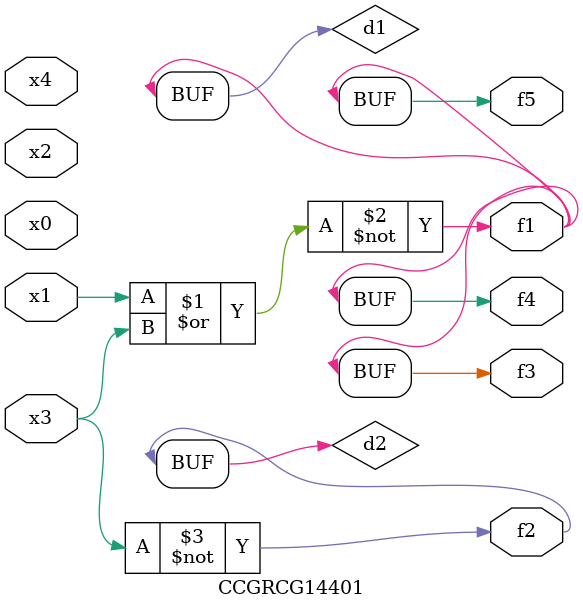
<source format=v>
module CCGRCG14401(
	input x0, x1, x2, x3, x4,
	output f1, f2, f3, f4, f5
);

	wire d1, d2;

	nor (d1, x1, x3);
	not (d2, x3);
	assign f1 = d1;
	assign f2 = d2;
	assign f3 = d1;
	assign f4 = d1;
	assign f5 = d1;
endmodule

</source>
